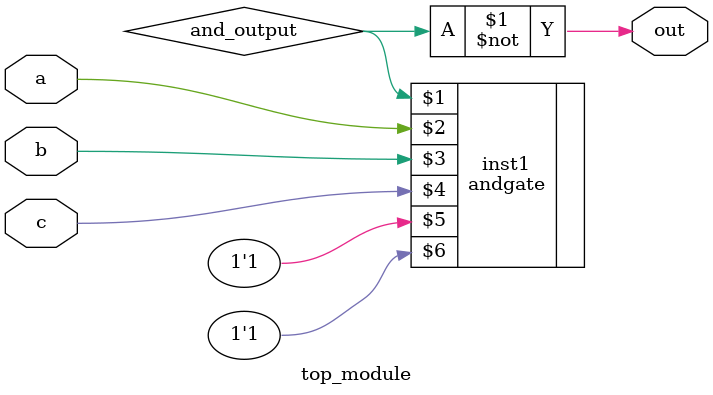
<source format=v>
module top_module (input a, input b, input c, output out);//

    // andgate inst1 ( a, b, c, out );
    
    // bug 1: order  of positional association is wrong. out must be in starting.
    // bug 2: the instantiation outputs the andgate output, we must complement it, to get the NAND gate output.
    // bug 3: the number of unassigned port will take default value as 1'b0. 
    // 		  which will result in result as zero, since and_output = a&b&c&d&e;
    
    wire and_output;
    
    andgate inst1(and_output, a, b, c, 1'b1, 1'b1);
    
    assign out = ~and_output;

endmodule

</source>
